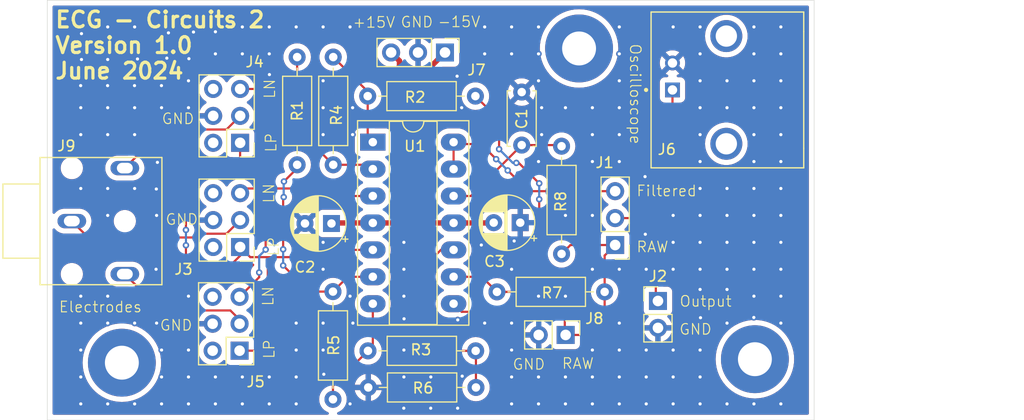
<source format=kicad_pcb>
(kicad_pcb (version 20240108) (generator "pcbnew") (generator_version "8.0")
  (layers (0 "F.Cu" signal) (31 "B.Cu" power) (34 "B.Paste" user) (35 "F.Paste" user) (36 "B.SilkS" user "B.Silkscreen") (37 "F.SilkS" user "F.Silkscreen") (38 "B.Mask" user) (39 "F.Mask" user) (44 "Edge.Cuts" user))
  (net 0 "")
  (net 1 "GND")
  (net 2 "+15V")
  (net 3 "-15V")
  (net 6 "Net-(U1A--)")
  (net 7 "Net-(U1B--)")
  (net 8 "Net-(R2-Pad1)")
  (net 9 "Net-(U1C--)")
  (net 10 "Net-(R3-Pad1)")
  (net 11 "Net-(U1C-+)")
  (net 12 "Net-(U1D-+)")
  (net 13 "/Vout")
  (net 14 "/Lead2")
  (net 15 "/Lead1")
  (net 16 "/LeadP")
  (net 17 "/LeadN")
  (net 22 "/Lead3")
  (net 23 "Net-(J1-Pin_2)")
  (net 26 "Net-(J1-Pin_3)")
  (footprint "Connector_PinHeader_2.54mm:PinHeader_1x02_P2.54mm_Vertical" (layer "F.Cu") (at 134.9552 86.0298 -90)
    (property "Reference" "J8" (at -1.5494 -2.7128 180) (layer "F.SilkS"))
    (property "Value" "Conn_Probe")
    (pad "1" thru_hole rect (at 0 0 270) (size 1.7 1.7) (drill 1) (layers "*.Cu" "*.Mask") (net 13 "/Vout"))
    (pad "2" thru_hole oval (at 0 2.54 270) (size 1.7 1.7) (drill 1) (layers "*.Cu" "*.Mask") (net 1 "GND"))
  )
  (footprint "MountingHole:MountingHole_3.2mm_M3_Pad" (layer "F.Cu") (at 93.091 88.646)
    (property "Reference" "H3" (hide yes))
    (property "Value" "MountingHole")
    (pad "1" thru_hole circle (at 0 0) (size 6.4 6.4) (drill 3.2) (layers "*.Cu" "*.Mask"))
  )
  (footprint "BNC_RightAngle_50ohm:BNC_RightAngle_50ohm" (layer "F.Cu") (at 145.0325 62.9158 180)
    (property "Reference" "J6" (at 0.5334 -5.6134 180) (layer "F.SilkS") (effects (font (size 1.001882 1.001882))))
    (property "Value" "Conn_Oscilloscope")
    (pad "1" thru_hole rect (at 0 0 180) (size 1.398 1.398) (drill 0.89) (layers "*.Cu" "*.Mask") (net 23 "Net-(J1-Pin_2)"))
    (pad "2" thru_hole circle (at 0 2.54 180) (size 1.398 1.398) (drill 0.89) (layers "*.Cu" "*.Mask") (net 1 "GND"))
    (pad "P1" thru_hole circle (at -5.08 5.08 180) (size 3.015 3.015) (drill 2.01) (layers "*.Cu" "*.Mask"))
    (pad "P2" thru_hole circle (at -5.08 -5.08 180) (size 3.015 3.015) (drill 2.01) (layers "*.Cu" "*.Mask"))
  )
  (footprint "Connector_PinHeader_2.54mm:PinHeader_2x03_P2.54mm_Vertical" (layer "F.Cu") (at 104.1958 87.5134 180)
    (property "Reference" "J5" (at -1.519 -2.936 180) (layer "F.SilkS"))
    (property "Value" "Conn_Lead3")
    (pad "1" thru_hole rect (at 0 0 180) (size 1.7 1.7) (drill 1) (layers "*.Cu" "*.Mask") (net 16 "/LeadP"))
    (pad "2" thru_hole oval (at 2.54 0 180) (size 1.7 1.7) (drill 1) (layers "*.Cu" "*.Mask"))
    (pad "3" thru_hole oval (at 0 2.54 180) (size 1.7 1.7) (drill 1) (layers "*.Cu" "*.Mask") (net 15 "/Lead1"))
    (pad "4" thru_hole oval (at 2.54 2.54 180) (size 1.7 1.7) (drill 1) (layers "*.Cu" "*.Mask") (net 1 "GND"))
    (pad "5" thru_hole oval (at 0 5.08 180) (size 1.7 1.7) (drill 1) (layers "*.Cu" "*.Mask") (net 17 "/LeadN"))
    (pad "6" thru_hole oval (at 2.54 5.08 180) (size 1.7 1.7) (drill 1) (layers "*.Cu" "*.Mask"))
  )
  (footprint "Package_DIP:CERDIP-14_W7.62mm_SideBrazed_LongPads_Socket" (layer "F.Cu") (at 116.7638 67.8434)
    (property "Reference" "U1" (at 3.9624 0.381 0) (layer "F.SilkS"))
    (property "Value" "TL074")
    (pad "1" thru_hole rect (at 0 0) (size 2.4 1.6) (drill 0.8) (layers "*.Cu" "*.Mask") (net 8 "Net-(R2-Pad1)"))
    (pad "2" thru_hole oval (at 0 2.54) (size 2.4 1.6) (drill 0.8) (layers "*.Cu" "*.Mask") (net 6 "Net-(U1A--)"))
    (pad "3" thru_hole oval (at 0 5.08) (size 2.4 1.6) (drill 0.8) (layers "*.Cu" "*.Mask") (net 17 "/LeadN"))
    (pad "4" thru_hole oval (at 0 7.62) (size 2.4 1.6) (drill 0.8) (layers "*.Cu" "*.Mask") (net 2 "+15V"))
    (pad "5" thru_hole oval (at 0 10.16) (size 2.4 1.6) (drill 0.8) (layers "*.Cu" "*.Mask") (net 16 "/LeadP"))
    (pad "6" thru_hole oval (at 0 12.7) (size 2.4 1.6) (drill 0.8) (layers "*.Cu" "*.Mask") (net 7 "Net-(U1B--)"))
    (pad "7" thru_hole oval (at 0 15.24) (size 2.4 1.6) (drill 0.8) (layers "*.Cu" "*.Mask") (net 10 "Net-(R3-Pad1)"))
    (pad "8" thru_hole oval (at 7.62 15.24) (size 2.4 1.6) (drill 0.8) (layers "*.Cu" "*.Mask") (net 13 "/Vout"))
    (pad "9" thru_hole oval (at 7.62 12.7) (size 2.4 1.6) (drill 0.8) (layers "*.Cu" "*.Mask") (net 9 "Net-(U1C--)"))
    (pad "10" thru_hole oval (at 7.62 10.16) (size 2.4 1.6) (drill 0.8) (layers "*.Cu" "*.Mask") (net 11 "Net-(U1C-+)"))
    (pad "11" thru_hole oval (at 7.62 7.62) (size 2.4 1.6) (drill 0.8) (layers "*.Cu" "*.Mask") (net 3 "-15V"))
    (pad "12" thru_hole oval (at 7.62 5.08) (size 2.4 1.6) (drill 0.8) (layers "*.Cu" "*.Mask") (net 12 "Net-(U1D-+)"))
    (pad "13" thru_hole oval (at 7.62 2.54) (size 2.4 1.6) (drill 0.8) (layers "*.Cu" "*.Mask") (net 26 "Net-(J1-Pin_3)"))
    (pad "14" thru_hole oval (at 7.62 0) (size 2.4 1.6) (drill 0.8) (layers "*.Cu" "*.Mask") (net 26 "Net-(J1-Pin_3)"))
  )
  (footprint "Resistor_THT:R_Axial_DIN0207_L6.3mm_D2.5mm_P10.16mm_Horizontal" (layer "F.Cu") (at 116.2812 63.5)
    (property "Reference" "R2" (at 4.4704 0.1016 0) (layer "F.SilkS"))
    (property "Value" "1k")
    (pad "1" thru_hole circle (at 0 0) (size 1.6 1.6) (drill 0.8) (layers "*.Cu" "*.Mask") (net 8 "Net-(R2-Pad1)"))
    (pad "2" thru_hole oval (at 10.16 0) (size 1.6 1.6) (drill 0.8) (layers "*.Cu" "*.Mask") (net 9 "Net-(U1C--)"))
  )
  (footprint "Connector_PinHeader_2.54mm:PinHeader_1x03_P2.54mm_Vertical" (layer "F.Cu") (at 139.6238 77.5462 180)
    (property "Reference" "J1" (at 0.9906 7.7724 180) (layer "F.SilkS"))
    (property "Value" "Conn_Filter")
    (pad "1" thru_hole rect (at 0 0 180) (size 1.7 1.7) (drill 1) (layers "*.Cu" "*.Mask") (net 13 "/Vout"))
    (pad "2" thru_hole oval (at 0 2.54 180) (size 1.7 1.7) (drill 1) (layers "*.Cu" "*.Mask") (net 23 "Net-(J1-Pin_2)"))
    (pad "3" thru_hole oval (at 0 5.08 180) (size 1.7 1.7) (drill 1) (layers "*.Cu" "*.Mask") (net 26 "Net-(J1-Pin_3)"))
  )
  (footprint "MountingHole:MountingHole_3.2mm_M3_Pad" (layer "F.Cu") (at 152.8064 88.3158)
    (property "Reference" "H1" (hide yes))
    (property "Value" "MountingHole")
    (pad "1" thru_hole circle (at 0 0) (size 6.4 6.4) (drill 3.2) (layers "*.Cu" "*.Mask"))
  )
  (footprint "Connector_PinHeader_2.54mm:PinHeader_1x03_P2.54mm_Vertical" (layer "F.Cu") (at 123.571 59.3852 -90)
    (property "Reference" "J7" (at 1.651 -2.9718 0) (layer "F.SilkS"))
    (property "Value" "Conn_OpAmp")
    (pad "1" thru_hole rect (at 0 0 270) (size 1.7 1.7) (drill 1) (layers "*.Cu" "*.Mask") (net 3 "-15V"))
    (pad "2" thru_hole oval (at 0 2.54 270) (size 1.7 1.7) (drill 1) (layers "*.Cu" "*.Mask") (net 1 "GND"))
    (pad "3" thru_hole oval (at 0 5.08 270) (size 1.7 1.7) (drill 1) (layers "*.Cu" "*.Mask") (net 2 "+15V"))
  )
  (footprint "Connector_PinHeader_2.54mm:PinHeader_1x02_P2.54mm_Vertical" (layer "F.Cu") (at 143.6624 82.8244)
    (property "Reference" "J2" (at 0 -2.33 0) (layer "F.SilkS"))
    (property "Value" "Conn_Output")
    (pad "1" thru_hole rect (at 0 0) (size 1.7 1.7) (drill 1) (layers "*.Cu" "*.Mask") (net 23 "Net-(J1-Pin_2)"))
    (pad "2" thru_hole oval (at 0 2.54) (size 1.7 1.7) (drill 1) (layers "*.Cu" "*.Mask") (net 1 "GND"))
  )
  (footprint "Capacitor_THT:CP_Radial_D5.0mm_P2.50mm" (layer "F.Cu") (at 130.668913 75.438 180)
    (property "Reference" "C3" (at 2.424313 -3.6576 180) (layer "F.SilkS"))
    (property "Value" "10uF")
    (pad "1" thru_hole rect (at 0 0 180) (size 1.6 1.6) (drill 0.8) (layers "*.Cu" "*.Mask") (net 1 "GND"))
    (pad "2" thru_hole circle (at 2.5 0 180) (size 1.6 1.6) (drill 0.8) (layers "*.Cu" "*.Mask") (net 3 "-15V"))
  )
  (footprint "AudioJack_CUI_3mm5:AudioJack_CUI_3mm5" (layer "F.Cu") (at 88.3704 75.2894)
    (property "Reference" "J9" (at -0.5118 -7.0904 0) (layer "F.SilkS") (effects (font (size 1.001276 1.001276))))
    (property "Value" "Conn_Electrodes")
    (pad "" np_thru_hole circle (at 0 -5) (size 1.6 1.6) (drill 1.6) (layers "*.Cu" "*.Mask"))
    (pad "" np_thru_hole circle (at 0 5) (size 1.6 1.6) (drill 1.6) (layers "*.Cu" "*.Mask"))
    (pad "" np_thru_hole circle (at 5 0) (size 1.6 1.6) (drill 1.6) (layers "*.Cu" "*.Mask"))
    (pad "R" thru_hole oval (at 5 -5) (size 2.7 1.35) (drill oval 1.5 1) (layers "*.Cu" "*.Mask") (net 14 "/Lead2"))
    (pad "S" thru_hole oval (at 0 0) (size 2.7 1.35) (drill oval 1.5 1) (layers "*.Cu" "*.Mask") (net 22 "/Lead3"))
    (pad "T" thru_hole oval (at 5 5) (size 2.7 1.35) (drill oval 1.5 1) (layers "*.Cu" "*.Mask") (net 15 "/Lead1"))
  )
  (footprint "Capacitor_THT:C_Disc_D5.0mm_W2.5mm_P5.00mm" (layer "F.Cu") (at 130.81 68.119 90)
    (property "Reference" "C1" (at 2.4746 0 -90) (layer "F.SilkS"))
    (property "Value" "1uF")
    (pad "1" thru_hole circle (at 0 0 90) (size 1.6 1.6) (drill 0.8) (layers "*.Cu" "*.Mask") (net 12 "Net-(U1D-+)"))
    (pad "2" thru_hole circle (at 5 0 90) (size 1.6 1.6) (drill 0.8) (layers "*.Cu" "*.Mask") (net 1 "GND"))
  )
  (footprint "Resistor_THT:R_Axial_DIN0207_L6.3mm_D2.5mm_P10.16mm_Horizontal" (layer "F.Cu") (at 113.0046 81.9404 -90)
    (property "Reference" "R5" (at 5.069 -0.0722 90) (layer "F.SilkS"))
    (property "Value" "15k")
    (pad "1" thru_hole circle (at 0 0 270) (size 1.6 1.6) (drill 0.8) (layers "*.Cu" "*.Mask") (net 7 "Net-(U1B--)"))
    (pad "2" thru_hole oval (at 10.16 0 270) (size 1.6 1.6) (drill 0.8) (layers "*.Cu" "*.Mask") (net 10 "Net-(R3-Pad1)"))
  )
  (footprint "Resistor_THT:R_Axial_DIN0207_L6.3mm_D2.5mm_P10.16mm_Horizontal" (layer "F.Cu") (at 109.6264 59.817 -90)
    (property "Reference" "R1" (at 5.069 -0.0012 90) (layer "F.SilkS"))
    (property "Value" "1k")
    (pad "1" thru_hole circle (at 0 0 270) (size 1.6 1.6) (drill 0.8) (layers "*.Cu" "*.Mask") (net 6 "Net-(U1A--)"))
    (pad "2" thru_hole oval (at 10.16 0 270) (size 1.6 1.6) (drill 0.8) (layers "*.Cu" "*.Mask") (net 7 "Net-(U1B--)"))
  )
  (footprint "Capacitor_THT:CP_Radial_D5.0mm_P2.50mm" (layer "F.Cu") (at 112.863513 75.5142 180)
    (property "Reference" "C2" (at 2.500513 -4.1148 180) (layer "F.SilkS"))
    (property "Value" "10uF")
    (pad "1" thru_hole rect (at 0 0 180) (size 1.6 1.6) (drill 0.8) (layers "*.Cu" "*.Mask") (net 2 "+15V"))
    (pad "2" thru_hole circle (at 2.5 0 180) (size 1.6 1.6) (drill 0.8) (layers "*.Cu" "*.Mask") (net 1 "GND"))
  )
  (footprint "Resistor_THT:R_Axial_DIN0207_L6.3mm_D2.5mm_P10.16mm_Horizontal" (layer "F.Cu") (at 126.492 90.9828 180)
    (property "Reference" "R6" (at 4.9928 -0.0582 180) (layer "F.SilkS"))
    (property "Value" "33k")
    (pad "1" thru_hole circle (at 0 0 180) (size 1.6 1.6) (drill 0.8) (layers "*.Cu" "*.Mask") (net 11 "Net-(U1C-+)"))
    (pad "2" thru_hole oval (at 10.16 0 180) (size 1.6 1.6) (drill 0.8) (layers "*.Cu" "*.Mask") (net 1 "GND"))
  )
  (footprint "Connector_PinHeader_2.54mm:PinHeader_2x03_P2.54mm_Vertical" (layer "F.Cu") (at 104.2466 77.7344 180)
    (property "Reference" "J3" (at 5.339 -2.0978 180) (layer "F.SilkS"))
    (property "Value" "Conn_Lead1")
    (pad "1" thru_hole rect (at 0 0 180) (size 1.7 1.7) (drill 1) (layers "*.Cu" "*.Mask") (net 16 "/LeadP"))
    (pad "2" thru_hole oval (at 2.54 0 180) (size 1.7 1.7) (drill 1) (layers "*.Cu" "*.Mask"))
    (pad "3" thru_hole oval (at 0 2.54 180) (size 1.7 1.7) (drill 1) (layers "*.Cu" "*.Mask") (net 22 "/Lead3"))
    (pad "4" thru_hole oval (at 2.54 2.54 180) (size 1.7 1.7) (drill 1) (layers "*.Cu" "*.Mask") (net 1 "GND"))
    (pad "5" thru_hole oval (at 0 5.08 180) (size 1.7 1.7) (drill 1) (layers "*.Cu" "*.Mask") (net 17 "/LeadN"))
    (pad "6" thru_hole oval (at 2.54 5.08 180) (size 1.7 1.7) (drill 1) (layers "*.Cu" "*.Mask"))
  )
  (footprint "Connector_PinHeader_2.54mm:PinHeader_2x03_P2.54mm_Vertical" (layer "F.Cu") (at 104.2466 67.9046 180)
    (property "Reference" "J4" (at -1.3666 7.6304 180) (layer "F.SilkS"))
    (property "Value" "Conn_Lead2")
    (pad "1" thru_hole rect (at 0 0 180) (size 1.7 1.7) (drill 1) (layers "*.Cu" "*.Mask") (net 16 "/LeadP"))
    (pad "2" thru_hole oval (at 2.54 0 180) (size 1.7 1.7) (drill 1) (layers "*.Cu" "*.Mask"))
    (pad "3" thru_hole oval (at 0 2.54 180) (size 1.7 1.7) (drill 1) (layers "*.Cu" "*.Mask") (net 14 "/Lead2"))
    (pad "4" thru_hole oval (at 2.54 2.54 180) (size 1.7 1.7) (drill 1) (layers "*.Cu" "*.Mask") (net 1 "GND"))
    (pad "5" thru_hole oval (at 0 5.08 180) (size 1.7 1.7) (drill 1) (layers "*.Cu" "*.Mask") (net 17 "/LeadN"))
    (pad "6" thru_hole oval (at 2.54 5.08 180) (size 1.7 1.7) (drill 1) (layers "*.Cu" "*.Mask"))
  )
  (footprint "Resistor_THT:R_Axial_DIN0207_L6.3mm_D2.5mm_P10.16mm_Horizontal" (layer "F.Cu") (at 113.03 69.977 90)
    (property "Reference" "R4" (at 4.6736 0.3048 -90) (layer "F.SilkS"))
    (property "Value" "15k")
    (pad "1" thru_hole circle (at 0 0 90) (size 1.6 1.6) (drill 0.8) (layers "*.Cu" "*.Mask") (net 6 "Net-(U1A--)"))
    (pad "2" thru_hole oval (at 10.16 0 90) (size 1.6 1.6) (drill 0.8) (layers "*.Cu" "*.Mask") (net 8 "Net-(R2-Pad1)"))
  )
  (footprint "Resistor_THT:R_Axial_DIN0207_L6.3mm_D2.5mm_P10.16mm_Horizontal" (layer "F.Cu") (at 134.5692 78.3844 90)
    (property "Reference" "R8" (at 4.942 -0.081 -90) (layer "F.SilkS"))
    (property "Value" "3.3k")
    (pad "1" thru_hole circle (at 0 0 90) (size 1.6 1.6) (drill 0.8) (layers "*.Cu" "*.Mask") (net 13 "/Vout"))
    (pad "2" thru_hole oval (at 10.16 0 90) (size 1.6 1.6) (drill 0.8) (layers "*.Cu" "*.Mask") (net 12 "Net-(U1D-+)"))
  )
  (footprint "MountingHole:MountingHole_3.2mm_M3_Pad" (layer "F.Cu") (at 136.2202 59.0042)
    (property "Reference" "H2" (hide yes))
    (property "Value" "MountingHole")
    (pad "1" thru_hole circle (at 0 0) (size 6.4 6.4) (drill 3.2) (layers "*.Cu" "*.Mask"))
  )
  (footprint "Resistor_THT:R_Axial_DIN0207_L6.3mm_D2.5mm_P10.16mm_Horizontal" (layer "F.Cu") (at 138.6332 81.9658 180)
    (property "Reference" "R7" (at 4.9674 -0.095 180) (layer "F.SilkS"))
    (property "Value" "33k")
    (pad "1" thru_hole circle (at 0 0 180) (size 1.6 1.6) (drill 0.8) (layers "*.Cu" "*.Mask") (net 13 "/Vout"))
    (pad "2" thru_hole oval (at 10.16 0 180) (size 1.6 1.6) (drill 0.8) (layers "*.Cu" "*.Mask") (net 9 "Net-(U1C--)"))
  )
  (footprint "Resistor_THT:R_Axial_DIN0207_L6.3mm_D2.5mm_P10.16mm_Horizontal" (layer "F.Cu") (at 116.3066 87.5284)
    (property "Reference" "R3" (at 4.9928 -0.1002 0) (layer "F.SilkS"))
    (property "Value" "1k")
    (pad "1" thru_hole circle (at 0 0) (size 1.6 1.6) (drill 0.8) (layers "*.Cu" "*.Mask") (net 10 "Net-(R3-Pad1)"))
    (pad "2" thru_hole oval (at 10.16 0) (size 1.6 1.6) (drill 0.8) (layers "*.Cu" "*.Mask") (net 11 "Net-(U1C-+)"))
  )
  (gr_rect (start 86.0552 54.4576) (end 158.3944 94.0562) (stroke (width 0.05)) (fill none) (layer "Edge.Cuts"))
  (gr_text "GND" (at 145.6182 86.0806 0) (layer "F.SilkS") (effects (font (size 1 1) (thickness 0.1)) (justify left bottom)))
  (gr_text "LN" (at 107.5436 73.66 90) (layer "F.SilkS") (effects (font (size 1 1) (thickness 0.1)) (justify left bottom)))
  (gr_text "GND" (at 96.6216 85.6996 0) (layer "F.SilkS") (effects (font (size 1 1) (thickness 0.1)) (justify left bottom)))
  (gr_text "LP\n" (at 107.9754 78.6638 90) (layer "F.SilkS") (effects (font (size 1 1) (thickness 0.1)) (justify left bottom)))
  (gr_text "+15V" (at 114.808 57.1246 0) (layer "F.SilkS") (effects (font (size 1 1) (thickness 0.1)) (justify left bottom)))
  (gr_text "Electrodes\n" (at 87.0966 83.9724 0) (layer "F.SilkS") (effects (font (size 1 1) (thickness 0.1)) (justify left bottom)))
  (gr_text "Oscilloscope\n" (at 140.9446 58.4962 270) (layer "F.SilkS") (effects (font (size 1 1) (thickness 0.1)) (justify left bottom)))
  (gr_text "RAW" (at 134.5438 89.3064 0) (layer "F.SilkS") (effects (font (size 1 1) (thickness 0.1)) (justify left bottom)))
  (gr_text "LP\n" (at 107.7468 68.8594 90) (layer "F.SilkS") (effects (font (size 1 1) (thickness 0.1)) (justify left bottom)))
  (gr_text "GND" (at 96.7994 66.2178 0) (layer "F.SilkS") (effects (font (size 1 1) (thickness 0.1)) (justify left bottom)))
  (gr_text "ECG - Circuits 2\nVersion 1.0\nJune 2024" (at 86.6648 62.0014 0) (layer "F.SilkS") (effects (font (size 1.5 1.5) (thickness 0.3) (bold yes)) (justify left bottom)))
  (gr_text "GND" (at 129.8956 89.3826 0) (layer "F.SilkS") (effects (font (size 1 1) (thickness 0.1)) (justify left bottom)))
  (gr_text "Filtered" (at 141.5796 73.025 0) (layer "F.SilkS") (effects (font (size 1 1) (thickness 0.1)) (justify left bottom)))
  (gr_text "Output" (at 145.6436 83.439 0) (layer "F.SilkS") (effects (font (size 1 1) (thickness 0.1)) (justify left bottom)))
  (gr_text "-15V" (at 122.8344 57.0738 0) (layer "F.SilkS") (effects (font (size 1 1) (thickness 0.1)) (justify left bottom)))
  (gr_text "LN" (at 107.6198 63.8048 90) (layer "F.SilkS") (effects (font (size 1 1) (thickness 0.1)) (justify left bottom)))
  (gr_text "LN" (at 107.4674 83.3628 90) (layer "F.SilkS") (effects (font (size 1 1) (thickness 0.1)) (justify left bottom)))
  (gr_text "LP\n" (at 107.569 88.3412 90) (layer "F.SilkS") (effects (font (size 1 1) (thickness 0.1)) (justify left bottom)))
  (gr_text "GND" (at 119.3292 57.0992 0) (layer "F.SilkS") (effects (font (size 1 1) (thickness 0.1)) (justify left bottom)))
  (gr_text "RAW" (at 141.5796 78.3082 0) (layer "F.SilkS") (effects (font (size 1 1) (thickness 0.1)) (justify left bottom)))
  (gr_text "GND" (at 97.155 75.7174 0) (layer "F.SilkS") (effects (font (size 1 1) (thickness 0.1)) (justify left bottom)))
  (via (at 147.6354 74.7526) (size 0.6) (drill 0.3) (layers "F.Cu" "B.Cu") (net 1))
  (via (at 94.2848 62.5094) (size 0.6) (drill 0.3) (layers "F.Cu" "B.Cu") (net 1))
  (via (at 137.4754 87.4526) (size 0.6) (drill 0.3) (layers "F.Cu" "B.Cu") (net 1))
  (via (at 119.6954 89.9926) (size 0.6) (drill 0.3) (layers "F.Cu" "B.Cu") (net 1))
  (via (at 155.2554 59.5126) (size 0.6) (drill 0.3) (layers "F.Cu" "B.Cu") (net 1))
  (via (at 134.9354 92.5326) (size 0.6) (drill 0.3) (layers "F.Cu" "B.Cu") (net 1))
  (via (at 94.2954 56.9726) (size 0.6) (drill 0.3) (layers "F.Cu" "B.Cu") (net 1))
  (via (at 114.6154 56.9726) (size 0.6) (drill 0.3) (layers "F.Cu" "B.Cu") (net 1))
  (via (at 132.3954 89.9926) (size 0.6) (drill 0.3) (layers "F.Cu" "B.Cu") (net 1))
  (via (at 124.7648 92.9386) (size 0.6) (drill 0.3) (layers "F.Cu" "B.Cu") (net 1))
  (via (at 112.0754 84.9126) (size 0.6) (drill 0.3) (layers "F.Cu" "B.Cu") (net 1))
  (via (at 114.8588 67.1322) (size 0.6) (drill 0.3) (layers "F.Cu" "B.Cu") (net 1))
  (via (at 140.0154 59.5126) (size 0.6) (drill 0.3) (layers "F.Cu" "B.Cu") (net 1))
  (via (at 114.6154 92.5326) (size 0.6) (drill 0.3) (layers "F.Cu" "B.Cu") (net 1))
  (via (at 101.9154 59.5126) (size 0.6) (drill 0.3) (layers "F.Cu" "B.Cu") (net 1))
  (via (at 127.3154 84.9126) (size 0.6) (drill 0.3) (layers "F.Cu" "B.Cu") (net 1))
  (via (at 147.6354 67.1326) (size 0.6) (drill 0.3) (layers "F.Cu" "B.Cu") (net 1))
  (via (at 109.5354 87.4526) (size 0.6) (drill 0.3) (layers "F.Cu" "B.Cu") (net 1))
  (via (at 137.4754 89.9926) (size 0.6) (drill 0.3) (layers "F.Cu" "B.Cu") (net 1))
  (via (at 127.3154 56.9726) (size 0.6) (drill 0.3) (layers "F.Cu" "B.Cu") (net 1))
  (via (at 129.8554 92.5326) (size 0.6) (drill 0.3) (layers "F.Cu" "B.Cu") (net 1))
  (via (at 145.0954 92.5326) (size 0.6) (drill 0.3) (layers "F.Cu" "B.Cu") (net 1))
  (via (at 106.9954 59.5126) (size 0.6) (drill 0.3) (layers "F.Cu" "B.Cu") (net 1))
  (via (at 89.2154 72.2126) (size 0.6) (drill 0.3) (layers "F.Cu" "B.Cu") (net 1))
  (via (at 106.9954 89.9926) (size 0.6) (drill 0.3) (layers "F.Cu" "B.Cu") (net 1))
  (via (at 94.2954 67.1326) (size 0.6) (drill 0.3) (layers "F.Cu" "B.Cu") (net 1))
  (via (at 112.0754 87.4526) (size 0.6) (drill 0.3) (layers "F.Cu" "B.Cu") (net 1))
  (via (at 147.6354 87.4526) (size 0.6) (drill 0.3) (layers "F.Cu" "B.Cu") (net 1))
  (via (at 129.8554 84.9126) (size 0.6) (drill 0.3) (layers "F.Cu" "B.Cu") (net 1))
  (via (at 130.0988 77.1652) (size 0.6) (drill 0.3) (layers "F.Cu" "B.Cu") (net 1))
  (via (at 125.1458 64.5922) (size 0.6) (drill 0.3) (layers "F.Cu" "B.Cu") (net 1))
  (via (at 132.3954 56.9726) (size 0.6) (drill 0.3) (layers "F.Cu" "B.Cu") (net 1))
  (via (at 155.2554 82.3726) (size 0.6) (drill 0.3) (layers "F.Cu" "B.Cu") (net 1))
  (via (at 89.2154 87.4526) (size 0.6) (drill 0.3) (layers "F.Cu" "B.Cu") (net 1))
  (via (at 137.4754 74.7526) (size 0.6) (drill 0.3) (layers "F.Cu" "B.Cu") (net 1))
  (via (at 96.8354 92.5326) (size 0.6) (drill 0.3) (layers "F.Cu" "B.Cu") (net 1))
  (via (at 150.1754 79.8326) (size 0.6) (drill 0.3) (layers "F.Cu" "B.Cu") (net 1))
  (via (at 89.281 60.0456) (size 0.6) (drill 0.3) (layers "F.Cu" "B.Cu") (net 1))
  (via (at 94.2954 84.9126) (size 0.6) (drill 0.3) (layers "F.Cu" "B.Cu") (net 1))
  (via (at 91.7554 82.3726) (size 0.6) (drill 0.3) (layers "F.Cu" "B.Cu") (net 1))
  (via (at 106.9954 92.5326) (size 0.6) (drill 0.3) (layers "F.Cu" "B.Cu") (net 1))
  (via (at 129.8554 59.5126) (size 0.6) (drill 0.3) (layers "F.Cu" "B.Cu") (net 1))
  (via (at 145.0954 89.9926) (size 0.6) (drill 0.3) (layers "F.Cu" "B.Cu") (net 1))
  (via (at 140.0154 56.9726) (size 0.6) (drill 0.3) (layers "F.Cu" "B.Cu") (net 1))
  (via (at 89.2048 62.5094) (size 0.6) (drill 0.3) (layers "F.Cu" "B.Cu") (net 1))
  (via (at 155.2554 67.1326) (size 0.6) (drill 0.3) (layers "F.Cu" "B.Cu") (net 1))
  (via (at 142.4432 71.0946) (size 0.6) (drill 0.3) (layers "F.Cu" "B.Cu") (net 1))
  (via (at 91.7554 60.0456) (size 0.6) (drill 0.3) (layers "F.Cu" "B.Cu") (net 1))
  (via (at 129.8554 89.9926) (size 0.6) (drill 0.3) (layers "F.Cu" "B.Cu") (net 1))
  (via (at 145.0954 74.7526) (size 0.6) (drill 0.3) (layers "F.Cu" "B.Cu") (net 1))
  (via (at 91.7554 64.5926) (size 0.6) (drill 0.3) (layers "F.Cu" "B.Cu") (net 1))
  (via (at 89.2154 84.9126) (size 0.6) (drill 0.3) (layers "F.Cu" "B.Cu") (net 1))
  (via (at 104.4554 59.5126) (size 0.6) (drill 0.3) (layers "F.Cu" "B.Cu") (net 1))
  (via (at 129.8554 87.4526) (size 0.6) (drill 0.3) (layers "F.Cu" "B.Cu") (net 1))
  (via (at 137.4754 79.8326) (size 0.6) (drill 0.3) (layers "F.Cu" "B.Cu") (net 1))
  (via (at 140.0154 67.1326) (size 0.6) (drill 0.3) (layers "F.Cu" "B.Cu") (net 1))
  (via (at 112.0754 67.1326) (size 0.6) (drill 0.3) (layers "F.Cu" "B.Cu") (net 1))
  (via (at 109.5354 56.9726) (size 0.6) (drill 0.3) (layers "F.Cu" "B.Cu") (net 1))
  (via (at 155.2554 74.7526) (size 0.6) (drill 0.3) (layers "F.Cu" "B.Cu") (net 1))
  (via (at 109.5354 89.9926) (size 0.6) (drill 0.3) (layers "F.Cu" "B.Cu") (net 1))
  (via (at 104.4554 92.5326) (size 0.6) (drill 0.3) (layers "F.Cu" "B.Cu") (net 1))
  (via (at 132.6896 64.5922) (size 0.6) (drill 0.3) (layers "F.Cu" "B.Cu") (net 1))
  (via (at 155.2554 62.0526) (size 0.6) (drill 0.3) (layers "F.Cu" "B.Cu") (net 1))
  (via (at 152.7154 79.8326) (size 0.6) (drill 0.3) (layers "F.Cu" "B.Cu") (net 1))
  (via (at 152.7154 72.2126) (size 0.6) (drill 0.3) (layers "F.Cu" "B.Cu") (net 1))
  (via (at 112.0754 79.8326) (size 0.6) (drill 0.3) (layers "F.Cu" "B.Cu") (net 1))
  (via (at 97.3328 59.9186) (size 0.6) (drill 0.3) (layers "F.Cu" "B.Cu") (net 1))
  (via (at 152.7154 92.5326) (size 0.6) (drill 0.3) (layers "F.Cu" "B.Cu") (net 1))
  (via (at 124.7754 84.6074) (size 0.6) (drill 0.3) (layers "F.Cu" "B.Cu") (net 1))
  (via (at 119.6954 82.3726) (size 0.6) (drill 0.3) (layers "F.Cu" "B.Cu") (net 1))
  (via (at 147.6756 84.4042) (size 0.6) (drill 0.3) (layers "F.Cu" "B.Cu") (net 1))
  (via (at 140.0154 87.4526) (size 0.6) (drill 0.3) (layers "F.Cu" "B.Cu") (net 1))
  (via (at 140.0154 89.9926) (size 0.6) (drill 0.3) (layers "F.Cu" "B.Cu") (net 1))
  (via (at 152.7154 82.3726) (size 0.6) (drill 0.3) (layers "F.Cu" "B.Cu") (net 1))
  (via (at 114.8588 64.5922) (size 0.6) (drill 0.3) (layers "F.Cu" "B.Cu") (net 1))
  (via (at 96.8354 89.9926) (size 0.6) (drill 0.3) (layers "F.Cu" "B.Cu") (net 1))
  (via (at 145.0954 79.8326) (size 0.6) (drill 0.3) (layers "F.Cu" "B.Cu") (net 1))
  (via (at 147.6354 56.9726) (size 0.6) (drill 0.3) (layers "F.Cu" "B.Cu") (net 1))
  (via (at 152.7048 84.3788) (size 0.6) (drill 0.3) (layers "F.Cu" "B.Cu") (net 1))
  (via (at 112.0754 62.0526) (size 0.6) (drill 0.3) (layers "F.Cu" "B.Cu") (net 1))
  (via (at 155.2554 69.6726) (size 0.6) (drill 0.3) (layers "F.Cu" "B.Cu") (net 1))
  (via (at 127.3154 59.5126) (size 0.6) (drill 0.3) (layers "F.Cu" "B.Cu") (net 1))
  (via (at 129.8554 56.9726) (size 0.6) (drill 0.3) (layers "F.Cu" "B.Cu") (net 1))
  (via (at 155.2554 92.5326) (size 0.6) (drill 0.3) (layers "F.Cu" "B.Cu") (net 1))
  (via (at 96.8248 62.5094) (size 0.6) (drill 0.3) (layers "F.Cu" "B.Cu") (net 1))
  (via (at 142.5554 89.9926) (size 0.6) (drill 0.3) (layers "F.Cu" "B.Cu") (net 1))
  (via (at 96.8354 64.5926) (size 0.6) (drill 0.3) (layers "F.Cu" "B.Cu") (net 1))
  (via (at 106.9954 56.9726) (size 0.6) (drill 0.3) (layers "F.Cu" "B.Cu") (net 1))
  (via (at 89.281 57.6072) (size 0.6) (drill 0.3) (layers "F.Cu" "B.Cu") (net 1))
  (via (at 140.0154 79.8326) (size 0.6) (drill 0.3) (layers "F.Cu" "B.Cu") (net 1))
  (via (at 155.2554 77.2926) (size 0.6) (drill 0.3) (layers "F.Cu" "B.Cu") (net 1))
  (via (at 99.3754 87.4526) (size 0.6) (drill 0.3) (layers "F.Cu" "B.Cu") (net 1))
  (via (at 145.0954 56.9726) (size 0.6) (drill 0.3) (layers "F.Cu" "B.Cu") (net 1))
  (via (at 140.0154 69.6726) (size 0.6) (drill 0.3) (layers "F.Cu" "B.Cu") (net 1))
  (via (at 109.5354 84.9126) (size 0.6) (drill 0.3) (layers "F.Cu" "B.Cu") (net 1))
  (via (at 150.1754 92.5326) (size 0.6) (drill 0.3) (layers "F.Cu" "B.Cu") (net 1))
  (via (at 119.6954 79.8326) (size 0.6) (drill 0.3) (layers "F.Cu" "B.Cu") (net 1))
  (via (at 99.3754 62.0526) (size 0.6) (drill 0.3) (layers "F.Cu" "B.Cu") (net 1))
  (via (at 145.0954 87.4526) (size 0.6) (drill 0.3) (layers "F.Cu" "B.Cu") (net 1))
  (via (at 150.1754 74.7526) (size 0.6) (drill 0.3) (layers "F.Cu" "B.Cu") (net 1))
  (via (at 137.4754 69.6726) (size 0.6) (drill 0.3) (layers "F.Cu" "B.Cu") (net 1))
  (via (at 137.4754 64.5926) (size 0.6) (drill 0.3) (layers "F.Cu" "B.Cu") (net 1))
  (via (at 96.8354 87.4526) (size 0.6) (drill 0.3) (layers "F.Cu" "B.Cu") (net 1))
  (via (at 145.0954 77.2926) (size 0.6) (drill 0.3) (layers "F.Cu" "B.Cu") (net 1))
  (via (at 122.2354 89.9926) (size 0.6) (drill 0.3) (layers "F.Cu" "B.Cu") (net 1))
  (via (at 152.7154 62.0526) (size 0.6) (drill 0.3) (layers "F.Cu" "B.Cu") (net 1))
  (via (at 147.6354 69.6726) (size 0.6) (drill 0.3) (layers "F.Cu" "B.Cu") (net 1))
  (via (at 99.3754 64.5926) (size 0.6) (drill 0.3) (layers "F.Cu" "B.Cu") (net 1))
  (via (at 112.0754 56.9726) (size 0.6) (drill 0.3) (layers "F.Cu" "B.Cu") (net 1))
  (via (at 96.3676 84.9122) (size 0.6) (drill 0.3) (layers "F.Cu" "B.Cu") (net 1))
  (via (at 152.7154 69.6726) (size 0.6) (drill 0.3) (layers "F.Cu" "B.Cu") (net 1))
  (via (at 155.2554 64.5926) (size 0.6) (drill 0.3) (layers "F.Cu" "B.Cu") (net 1))
  (via (at 91.7554 67.1326) (size 0.6) (drill 0.3) (layers "F.Cu" "B.Cu") (net 1))
  (via (at 94.5642 59.9948) (size 0.6) (drill 0.3) (layers "F.Cu" "B.Cu") (net 1))
  (via (at 97.4852 57.531) (size 0.6) (drill 0.3) (layers "F.Cu" "B.Cu") (net 1))
  (via (at 94.2954 92.5326) (size 0.6) (drill 0.3) (layers "F.Cu" "B.Cu") (net 1))
  (via (at 155.2554 79.8326) (size 0.6) (drill 0.3) (layers "F.Cu" "B.Cu") (net 1))
  (via (at 125.1966 89.916) (size 0.6) (drill 0.3) (layers "F.Cu" "B.Cu") (net 1))
  (via (at 155.2554 72.2126) (size 0.6) (drill 0.3) (layers "F.Cu" "B.Cu") (net 1))
  (via (at 112.141 89.7382) (size 0.6) (drill 0.3) (layers "F.Cu" "B.Cu") (net 1))
  (via (at 132.3954 62.0526) (size 0.6) (drill 0.3) (layers "F.Cu" "B.Cu") (net 1))
  (via (at 137.4754 67.1326) (size 0.6) (drill 0.3) (layers "F.Cu" "B.Cu") (net 1))
  (via (at 109.5354 92.5326) (size 0.6) (drill 0.3) (layers "F.Cu" "B.Cu") (net 1))
  (via (at 147.6354 92.5326) (size 0.6) (drill 0.3) (layers "F.Cu" "B.Cu") (net 1))
  (via (at 104.4554 89.9926) (size 0.6) (drill 0.3) (layers "F.Cu" "B.Cu") (net 1))
  (via (at 132.3954 59.5126) (size 0.6) (drill 0.3) (layers "F.Cu" "B.Cu") (net 1))
  (via (at 137.4754 92.5326) (size 0.6) (drill 0.3) (layers "F.Cu" "B.Cu") (net 1))
  (via (at 99.8474 57.4548) (size 0.6) (drill 0.3) (layers "F.Cu" "B.Cu") (net 1))
  (via (at 155.2554 84.9126) (size 0.6) (drill 0.3) (layers "F.Cu" "B.Cu") (net 1))
  (via (at 147.6354 81.7372) (size 0.6) (drill 0.3) (layers "F.Cu" "B.Cu") (net 1))
  (via (at 132.6896 67.1322) (size 0.6) (drill 0.3) (layers "F.Cu" "B.Cu") (net 1))
  (via (at 96.4438 69.7484) (size 0.6) (drill 0.3) (layers "F.Cu" "B.Cu") (net 1))
  (via (at 119.6848 92.9386) (size 0.6) (drill 0.3) (layers "F.Cu" "B.Cu") (net 1))
  (via (at 122.2248 92.9386) (size 0.6) (drill 0.3) (layers "F.Cu" "B.Cu") (net 1))
  (via (at 96.3676 74.7526) (size 0.6) (drill 0.3) (layers "F.Cu" "B.Cu") (net 1))
  (via (at 147.6354 62.0526) (size 0.6) (drill 0.3) (layers "F.Cu" "B.Cu") (net 1))
  (via (at 132.3954 92.5326) (size 0.6) (drill 0.3) (layers "F.Cu" "B.Cu") (net 1))
  (via (at 134.9354 64.5926) (size 0.6) (drill 0.3) (layers "F.Cu" "B.Cu") (net 1))
  (via (at 96.3168 79.8326) (size 0.6) (drill 0.3) (layers "F.Cu" "B.Cu") (net 1))
  (via (at 142.5554 87.4526) (size 0.6) (drill 0.3) (layers "F.Cu" "B.Cu") (net 1))
  (via (at 119.6954 77.2926) (size 0.6) (drill 0.3) (layers "F.Cu" "B.Cu") (net 1))
  (via (at 150.1754 81.7372) (size 0.6) (drill 0.3) (layers "F.Cu" "B.Cu") (net 1))
  (via (at 114.8842 84.9122) (size 0.6) (drill 0.3) (layers "F.Cu" "B.Cu") (net 1))
  (via (at 99.3754 92.5326) (size 0.6) (drill 0.3) (layers "F.Cu" "B.Cu") (net 1))
  (via (at 91.7554 84.9126) (size 0.6) (drill 0.3) (layers "F.Cu" "B.Cu") (net 1))
  (via (at 119.7102 84.5058) (size 0.6) (drill 0.3) (layers "F.Cu" "B.Cu") (net 1))
  (via (at 155.2554 56.9726) (size 0.6) (drill 0.3) (layers "F.Cu" "B.Cu") (net 1))
  (via (at 112.0754 64.5926) (size 0.6) (drill 0.3) (layers "F.Cu" "B.Cu") (net 1))
  (via (at 147.6354 72.2126) (size 0.6) (drill 0.3) (layers "F.Cu" "B.Cu") (net 1))
  (via (at 150.1754 84.9126) (size 0.6) (drill 0.3) (layers "F.Cu" "B.Cu") (net 1))
  (via (at 94.2954 64.5926) (size 0.6) (drill 0.3) (layers "F.Cu" "B.Cu") (net 1))
  (via (at 134.9354 89.9926) (size 0.6) (drill 0.3) (layers "F.Cu" "B.Cu") (net 1))
  (via (at 89.2154 92.5326) (size 0.6) (drill 0.3) (layers "F.Cu" "B.Cu") (net 1))
  (via (at 150.1754 64.5926) (size 0.6) (drill 0.3) (layers "F.Cu" "B.Cu") (net 1))
  (via (at 99.3754 82.3726) (size 0.6) (drill 0.3) (layers "F.Cu" "B.Cu") (net 1))
  (via (at 142.5554 79.8326) (size 0.6) (drill 0.3) (layers "F.Cu" "B.Cu") (net 1))
  (via (at 140.0154 92.5326) (size 0.6) (drill 0.3) (layers "F.Cu" "B.Cu") (net 1))
  (via (at 91.7554 56.9726) (size 0.6) (drill 0.3) (layers "F.Cu" "B.Cu") (net 1))
  (via (at 134.9354 74.7526) (size 0.6) (drill 0.3) (layers "F.Cu" "B.Cu") (net 1))
  (via (at 94.2954 72.2126) (size 0.6) (drill 0.3) (layers "F.Cu" "B.Cu") (net 1))
  (via (at 91.7448 62.5094) (size 0.6) (drill 0.3) (layers "F.Cu" "B.Cu") (net 1))
  (via (at 150.1754 77.2926) (size 0.6) (drill 0.3) (layers "F.Cu" "B.Cu") (net 1))
  (via (at 107.0102 61.468) (size 0.6) (drill 0.3) (layers "F.Cu" "B.Cu") (net 1))
  (via (at 91.7554 92.5326) (size 0.6) (drill 0.3) (layers "F.Cu" "B.Cu") (net 1))
  (via (at 152.7154 67.1326) (size 0.6) (drill 0.3) (layers "F.Cu" "B.Cu") (net 1))
  (via (at 124.714 61.6204) (size 0.6) (drill 0.3) (layers "F.Cu" "B.Cu") (net 1))
  (via (at 152.7154 64.5926) (size 0.6) (drill 0.3) (layers "F.Cu" "B.Cu") (net 1))
  (via (at 152.7154 77.2926) (size 0.6) (drill 0.3) (layers "F.Cu" "B.Cu") (net 1))
  (via (at 89.2154 82.3726) (size 0.6) (drill 0.3) (layers "F.Cu" "B.Cu") (net 1))
  (via (at 147.6354 77.2926) (size 0.6) (drill 0.3) (layers "F.Cu" "B.Cu") (net 1))
  (via (at 112.0754 77.2926) (size 0.6) (drill 0.3) (layers "F.Cu" "B.Cu") (net 1))
  (via (at 134.9354 82.3726) (size 0.6) (drill 0.3) (layers "F.Cu" "B.Cu") (net 1))
  (via (at 89.2154 64.5926) (size 0.6) (drill 0.3) (layers "F.Cu" "B.Cu") (net 1))
  (via (at 127 77.5462) (size 0.6) (drill 0.3) (layers "F.Cu" "B.Cu") (net 1))
  (via (at 150.1754 72.2126) (size 0.6) (drill 0.3) (layers "F.Cu" "B.Cu") (net 1))
  (via (at 147.6354 64.5926) (size 0.6) (drill 0.3) (layers "F.Cu" "B.Cu") (net 1))
  (via (at 140.0154 62.0526) (size 0.6) (drill 0.3) (layers "F.Cu" "B.Cu") (net 1))
  (via (at 129.8554 79.8326) (size 0.6) (drill 0.3) (layers "F.Cu" "B.Cu") (net 1))
  (via (at 101.9154 92.5326) (size 0.6) (drill 0.3) (layers "F.Cu" "B.Cu") (net 1))
  (via (at 152.7154 56.9726) (size 0.6) (drill 0.3) (layers "F.Cu" "B.Cu") (net 1))
  (via (at 89.2154 89.9926) (size 0.6) (drill 0.3) (layers "F.Cu" "B.Cu") (net 1))
  (via (at 142.4686 76.5302) (size 0.6) (drill 0.3) (layers "F.Cu" "B.Cu") (net 1))
  (via (at 89.2154 67.1326) (size 0.6) (drill 0.3) (layers "F.Cu" "B.Cu") (net 1))
  (via (at 152.7154 74.7526) (size 0.6) (drill 0.3) (layers "F.Cu" "B.Cu") (net 1))
  (via (at 147.6354 89.9926) (size 0.6) (drill 0.3) (layers "F.Cu" "B.Cu") (net 1))
  (via (at 91.7554 74.7526) (size 0.6) (drill 0.3) (layers "F.Cu" "B.Cu") (net 1))
  (via (at 132.3954 82.3726) (size 0.6) (drill 0.3) (layers "F.Cu" "B.Cu") (net 1))
  (via (at 99.3754 89.9926) (size 0.6) (drill 0.3) (layers "F.Cu" "B.Cu") (net 1))
  (via (at 132.3954 69.6726) (size 0.6) (drill 0.3) (layers "F.Cu" "B.Cu") (net 1))
  (via (at 101.9154 89.9926) (size 0.6) (drill 0.3) (layers "F.Cu" "B.Cu") (net 1))
  (via (at 119.6954 87.4526) (size 0.6) (drill 0.3) (layers "F.Cu" "B.Cu") (net 1))
  (via (at 150.1754 62.0526) (size 0.6) (drill 0.3) (layers "F.Cu" "B.Cu") (net 1))
  (via (at 96.3422 72.263) (size 0.6) (drill 0.3) (layers "F.Cu" "B.Cu") (net 1))
  (via (at 140.0154 84.9126) (size 0.6) (drill 0.3) (layers "F.Cu" "B.Cu") (net 1))
  (via (at 140.0154 64.5926) (size 0.6) (drill 0.3) (layers "F.Cu" "B.Cu") (net 1))
  (via (at 101.9154 57.4294) (size 0.6) (drill 0.3) (layers "F.Cu" "B.Cu") (net 1))
  (via (at 147.6354 79.8326) (size 0.6) (drill 0.3) (layers "F.Cu" "B.Cu") (net 1))
  (via (at 147.6354 59.5126) (size 0.6) (drill 0.3) (layers "F.Cu" "B.Cu") (net 1))
  (via (at 104.4554 56.9726) (size 0.6) (drill 0.3) (layers "F.Cu" "B.Cu") (net 1))
  (via (at 142.5554 92.5326) (size 0.6) (drill 0.3) (layers "F.Cu" "B.Cu") (net 1))
  (via (at 114.6154 82.3726) (size 0.6) (drill 0.3) (layers "F.Cu" "B.Cu") (net 1))
  (via (at 152.7154 59.5126) (size 0.6) (drill 0.3) (layers "F.Cu" "B.Cu") (net 1))
  (via (at 99.4156 59.9694) (size 0.6) (drill 0.3) (layers "F.Cu" "B.Cu") (net 1))
  (via (at 91.7554 72.2126) (size 0.6) (drill 0.3) (layers "F.Cu" "B.Cu") (net 1))
  (segment (start 119.2784 60.1726) (end 118.491 59.3852) (width 0.508) (layer "F.Cu") (net 2))
  (segment (start 112.914313 75.4634) (end 112.863513 75.5142) (width 0.508) (layer "F.Cu") (net 2))
  (segment (start 116.7638 75.4634) (end 118.6434 75.4634) (width 0.508) (layer "F.Cu") (net 2))
  (segment (start 119.2784 74.8284) (end 119.2784 60.1726) (width 0.508) (layer "F.Cu") (net 2))
  (segment (start 116.7638 75.4634) (end 112.914313 75.4634) (width 0.508) (layer "F.Cu") (net 2))
  (segment (start 118.6434 75.4634) (end 119.2784 74.8284) (width 0.508) (layer "F.Cu") (net 2))
  (segment (start 124.3838 75.4634) (end 128.143513 75.4634) (width 0.508) (layer "F.Cu") (net 3))
  (segment (start 124.3838 75.4634) (end 122.5296 75.4634) (width 0.508) (layer "F.Cu") (net 3))
  (segment (start 122.5296 75.4634) (end 121.9708 74.9046) (width 0.508) (layer "F.Cu") (net 3))
  (segment (start 121.9708 60.9854) (end 123.571 59.3852) (width 0.508) (layer "F.Cu") (net 3))
  (segment (start 121.9708 74.9046) (end 121.9708 60.9854) (width 0.508) (layer "F.Cu") (net 3))
  (segment (start 128.143513 75.4634) (end 128.168913 75.438) (width 0.508) (layer "F.Cu") (net 3))
  (segment (start 113.03 69.977) (end 116.3574 69.977) (width 0.2032) (layer "F.Cu") (net 6))
  (segment (start 109.6264 59.817) (end 109.6264 66.5734) (width 0.2032) (layer "F.Cu") (net 6))
  (segment (start 116.3574 69.977) (end 116.7638 70.3834) (width 0.2032) (layer "F.Cu") (net 6))
  (segment (start 109.6264 66.5734) (end 113.03 69.977) (width 0.2032) (layer "F.Cu") (net 6))
  (segment (start 108.3056 77.9526) (end 108.3056 73.0758) (width 0.2032) (layer "F.Cu") (net 7))
  (segment (start 110.7694 81.9404) (end 108.3056 79.4766) (width 0.2032) (layer "F.Cu") (net 7))
  (segment (start 113.0046 81.9404) (end 110.7694 81.9404) (width 0.2032) (layer "F.Cu") (net 7))
  (segment (start 114.4016 80.5434) (end 116.7638 80.5434) (width 0.2032) (layer "F.Cu") (net 7))
  (segment (start 108.3818 71.5518) (end 109.6264 70.3072) (width 0.2032) (layer "F.Cu") (net 7))
  (segment (start 109.6264 70.3072) (end 109.6264 69.977) (width 0.2032) (layer "F.Cu") (net 7))
  (segment (start 113.0046 81.9404) (end 114.4016 80.5434) (width 0.2032) (layer "F.Cu") (net 7))
  (segment (start 108.3056 73.0758) (end 108.3564 73.025) (width 0.2032) (layer "F.Cu") (net 7))
  (via (at 108.3818 71.5518) (size 0.6) (drill 0.3) (layers "F.Cu" "B.Cu") (net 7))
  (via (at 108.3564 73.025) (size 0.6) (drill 0.3) (layers "F.Cu" "B.Cu") (net 7))
  (via (at 108.3056 79.4766) (size 0.6) (drill 0.3) (layers "F.Cu" "B.Cu") (net 7))
  (via (at 108.3056 77.9526) (size 0.6) (drill 0.3) (layers "F.Cu" "B.Cu") (net 7))
  (segment (start 108.3564 73.025) (end 108.3564 71.5772) (width 0.2032) (layer "B.Cu") (net 7))
  (segment (start 108.3564 71.5772) (end 108.3818 71.5518) (width 0.2032) (layer "B.Cu") (net 7))
  (segment (start 108.3056 79.4766) (end 108.3056 77.9526) (width 0.2032) (layer "B.Cu") (net 7))
  (segment (start 116.2812 63.5) (end 116.2812 67.3608) (width 0.2032) (layer "F.Cu") (net 8))
  (segment (start 116.2812 67.3608) (end 116.7638 67.8434) (width 0.2032) (layer "F.Cu") (net 8))
  (segment (start 116.2812 63.0682) (end 116.2812 63.5) (width 0.2032) (layer "F.Cu") (net 8))
  (segment (start 113.03 59.817) (end 116.2812 63.0682) (width 0.2032) (layer "F.Cu") (net 8))
  (segment (start 124.3838 80.5434) (end 127.0508 80.5434) (width 0.2032) (layer "F.Cu") (net 9))
  (segment (start 130.6576 81.9658) (end 132.461 80.1624) (width 0.2032) (layer "F.Cu") (net 9))
  (segment (start 128.6764 65.7352) (end 126.4412 63.5) (width 0.2032) (layer "F.Cu") (net 9))
  (segment (start 132.461 71.7296) (end 130.5306 69.7992) (width 0.2032) (layer "F.Cu") (net 9))
  (segment (start 130.5306 69.7992) (end 130.302 69.7992) (width 0.2032) (layer "F.Cu") (net 9))
  (segment (start 127.0508 80.5434) (end 128.4732 81.9658) (width 0.2032) (layer "F.Cu") (net 9))
  (segment (start 128.6764 68.5038) (end 128.6764 65.7352) (width 0.2032) (layer "F.Cu") (net 9))
  (segment (start 128.4732 81.9658) (end 130.6576 81.9658) (width 0.2032) (layer "F.Cu") (net 9))
  (segment (start 132.461 80.1624) (end 132.461 73.2282) (width 0.2032) (layer "F.Cu") (net 9))
  (via (at 130.302 69.7992) (size 0.6) (drill 0.3) (layers "F.Cu" "B.Cu") (net 9))
  (via (at 132.461 71.7296) (size 0.6) (drill 0.3) (layers "F.Cu" "B.Cu") (net 9))
  (via (at 132.461 73.2282) (size 0.6) (drill 0.3) (layers "F.Cu" "B.Cu") (net 9))
  (via (at 128.6764 68.5038) (size 0.6) (drill 0.3) (layers "F.Cu" "B.Cu") (net 9))
  (segment (start 129.9718 69.7992) (end 128.6764 68.5038) (width 0.2032) (layer "B.Cu") (net 9))
  (segment (start 130.302 69.7992) (end 129.9718 69.7992) (width 0.2032) (layer "B.Cu") (net 9))
  (segment (start 132.461 73.2282) (end 132.461 71.7296) (width 0.2032) (layer "B.Cu") (net 9))
  (segment (start 116.7638 83.0834) (end 116.7638 87.0712) (width 0.2032) (layer "F.Cu") (net 10))
  (segment (start 116.7638 87.0712) (end 116.3066 87.5284) (width 0.2032) (layer "F.Cu") (net 10))
  (segment (start 113.0046 92.1004) (end 113.0046 90.8304) (width 0.2032) (layer "F.Cu") (net 10))
  (segment (start 113.0046 90.8304) (end 116.3066 87.5284) (width 0.2032) (layer "F.Cu") (net 10))
  (segment (start 121.793 79.4004) (end 123.19 78.0034) (width 0.2032) (layer "F.Cu") (net 11))
  (segment (start 126.492 90.9828) (end 126.492 87.5538) (width 0.2032) (layer "F.Cu") (net 11))
  (segment (start 126.4666 87.5284) (end 123.2408 87.5284) (width 0.2032) (layer "F.Cu") (net 11))
  (segment (start 123.19 78.0034) (end 124.3838 78.0034) (width 0.2032) (layer "F.Cu") (net 11))
  (segment (start 126.492 87.5538) (end 126.4666 87.5284) (width 0.2032) (layer "F.Cu") (net 11))
  (segment (start 123.2408 87.5284) (end 121.793 86.0806) (width 0.2032) (layer "F.Cu") (net 11))
  (segment (start 121.793 86.0806) (end 121.793 79.4004) (width 0.2032) (layer "F.Cu") (net 11))
  (segment (start 134.5692 68.2244) (end 134.4638 68.119) (width 0.2032) (layer "F.Cu") (net 12))
  (segment (start 124.3838 72.9234) (end 126.0056 72.9234) (width 0.2032) (layer "F.Cu") (net 12))
  (segment (start 126.0056 72.9234) (end 130.81 68.119) (width 0.2032) (layer "F.Cu") (net 12))
  (segment (start 134.4638 68.119) (end 130.81 68.119) (width 0.2032) (layer "F.Cu") (net 12))
  (segment (start 138.6332 78.5368) (end 139.6238 77.5462) (width 0.2032) (layer "F.Cu") (net 13))
  (segment (start 138.6332 81.9658) (end 138.6332 78.5368) (width 0.2032) (layer "F.Cu") (net 13))
  (segment (start 138.6332 81.9658) (end 138.6332 85.2678) (width 0.2032) (layer "F.Cu") (net 13))
  (segment (start 139.6238 77.5462) (end 135.4074 77.5462) (width 0.2032) (layer "F.Cu") (net 13))
  (segment (start 134.366 83.8454) (end 134.874 84.3534) (width 0.2032) (layer "F.Cu") (net 13))
  (segment (start 137.8204 86.0806) (end 137.7696 86.0298) (width 0.2032) (layer "F.Cu") (net 13))
  (segment (start 134.874 84.3534) (end 134.874 85.9486) (width 0.2032) (layer "F.Cu") (net 13))
  (segment (start 125.1458 83.8454) (end 134.366 83.8454) (width 0.2032) (layer "F.Cu") (net 13))
  (segment (start 138.6332 85.2678) (end 137.8204 86.0806) (width 0.2032) (layer "F.Cu") (net 13))
  (segment (start 137.7696 86.0298) (end 134.9552 86.0298) (width 0.2032) (layer "F.Cu") (net 13))
  (segment (start 134.874 85.9486) (end 134.9552 86.0298) (width 0.2032) (layer "F.Cu") (net 13))
  (segment (start 135.4074 77.5462) (end 134.5692 78.3844) (width 0.2032) (layer "F.Cu") (net 13))
  (segment (start 124.3838 83.0834) (end 125.1458 83.8454) (width 0.2032) (layer "F.Cu") (net 13))
  (segment (start 102.9616 66.6496) (end 104.2466 65.3646) (width 0.2032) (layer "F.Cu") (net 14))
  (segment (start 97.0102 66.6496) (end 102.9616 66.6496) (width 0.2032) (layer "F.Cu") (net 14))
  (segment (start 93.3704 70.2894) (end 97.0102 66.6496) (width 0.2032) (layer "F.Cu") (net 14))
  (segment (start 93.3704 80.2894) (end 96.7994 83.7184) (width 0.2032) (layer "F.Cu") (net 15))
  (segment (start 104.1958 84.587) (end 104.1958 84.9734) (width 0.2032) (layer "F.Cu") (net 15))
  (segment (start 103.3272 83.7184) (end 104.1958 84.587) (width 0.2032) (layer "F.Cu") (net 15))
  (segment (start 96.7994 83.7184) (end 103.3272 83.7184) (width 0.2032) (layer "F.Cu") (net 15))
  (segment (start 99.568 79.6544) (end 103.1494 79.6544) (width 0.2032) (layer "F.Cu") (net 16))
  (segment (start 116.7638 78.0034) (end 114.8334 78.0034) (width 0.2032) (layer "F.Cu") (net 16))
  (segment (start 114.1476 78.6892) (end 107.4166 78.6892) (width 0.2032) (layer "F.Cu") (net 16))
  (segment (start 99.5934 70.231) (end 99.5426 70.2818) (width 0.2032) (layer "F.Cu") (net 16))
  (segment (start 104.2466 69.6672) (end 103.6828 70.231) (width 0.2032) (layer "F.Cu") (net 16))
  (segment (start 103.1494 79.6544) (end 104.2466 78.5572) (width 0.2032) (layer "F.Cu") (net 16))
  (segment (start 103.6828 70.231) (end 99.5934 70.231) (width 0.2032) (layer "F.Cu") (net 16))
  (segment (start 99.1362 79.2226) (end 99.568 79.6544) (width 0.2032) (layer "F.Cu") (net 16))
  (segment (start 104.2466 67.9046) (end 104.2466 69.6672) (width 0.2032) (layer "F.Cu") (net 16))
  (segment (start 99.1362 75.819) (end 99.1362 76.1238) (width 0.2032) (layer "F.Cu") (net 16))
  (segment (start 107.4166 78.6892) (end 105.2014 78.6892) (width 0.2032) (layer "F.Cu") (net 16))
  (segment (start 104.1958 87.5134) (end 106.187 87.5134) (width 0.2032) (layer "F.Cu") (net 16))
  (segment (start 99.5426 70.2818) (end 99.1362 70.6882) (width 0.2032) (layer "F.Cu") (net 16))
  (segment (start 104.2466 78.5572) (end 104.2466 77.7344) (width 0.2032) (layer "F.Cu") (net 16))
  (segment (start 106.187 87.5134) (end 106.8578 86.8426) (width 0.2032) (layer "F.Cu") (net 16))
  (segment (start 106.8578 86.8426) (end 106.8578 79.248) (width 0.2032) (layer "F.Cu") (net 16))
  (segment (start 105.2014 78.6892) (end 104.2466 77.7344) (width 0.2032) (layer "F.Cu") (net 16))
  (segment (start 106.8578 79.248) (end 107.4166 78.6892) (width 0.2032) (layer "F.Cu") (net 16))
  (segment (start 99.1362 70.6882) (end 99.1362 75.819) (width 0.2032) (layer "F.Cu") (net 16))
  (segment (start 114.8334 78.0034) (end 114.1476 78.6892) (width 0.2032) (layer "F.Cu") (net 16))
  (segment (start 99.1362 77.5716) (end 99.1362 79.2226) (width 0.2032) (layer "F.Cu") (net 16))
  (via (at 99.1362 77.5716) (size 0.6) (drill 0.3) (layers "F.Cu" "B.Cu") (net 16))
  (via (at 99.1362 76.1238) (size 0.6) (drill 0.3) (layers "F.Cu" "B.Cu") (net 16))
  (segment (start 99.1362 76.1238) (end 99.1362 77.5716) (width 0.2032) (layer "B.Cu") (net 16))
  (segment (start 106.6292 71.628) (end 107.2134 72.2122) (width 0.2032) (layer "F.Cu") (net 17))
  (segment (start 105.6998 62.8246) (end 106.6292 63.754) (width 0.2032) (layer "F.Cu") (net 17))
  (segment (start 106.6546 77.978) (end 106.6546 72.6948) (width 0.2032) (layer "F.Cu") (net 17))
  (segment (start 104.6888 72.2122) (end 104.2466 72.6544) (width 0.2032) (layer "F.Cu") (net 17))
  (segment (start 106.6292 63.754) (end 106.6292 71.628) (width 0.2032) (layer "F.Cu") (net 17))
  (segment (start 107.2134 72.2122) (end 107.1372 72.2122) (width 0.2032) (layer "F.Cu") (net 17))
  (segment (start 104.1958 82.4334) (end 106.045 80.5842) (width 0.2032) (layer "F.Cu") (net 17))
  (segment (start 113.8428 72.2122) (end 107.2134 72.2122) (width 0.2032) (layer "F.Cu") (net 17))
  (segment (start 106.6546 72.6948) (end 107.1372 72.2122) (width 0.2032) (layer "F.Cu") (net 17))
  (segment (start 114.554 72.9234) (end 113.8428 72.2122) (width 0.2032) (layer "F.Cu") (net 17))
  (segment (start 107.1372 72.2122) (end 104.6888 72.2122) (width 0.2032) (layer "F.Cu") (net 17))
  (segment (start 104.2466 62.8246) (end 105.6998 62.8246) (width 0.2032) (layer "F.Cu") (net 17))
  (segment (start 116.7638 72.9234) (end 114.554 72.9234) (width 0.2032) (layer "F.Cu") (net 17))
  (segment (start 106.045 80.5842) (end 106.045 80.137) (width 0.2032) (layer "F.Cu") (net 17))
  (via (at 106.045 80.137) (size 0.6) (drill 0.3) (layers "F.Cu" "B.Cu") (net 17))
  (via (at 106.6546 77.978) (size 0.6) (drill 0.3) (layers "F.Cu" "B.Cu") (net 17))
  (segment (start 106.045 78.5876) (end 106.6546 77.978) (width 0.2032) (layer "B.Cu") (net 17))
  (segment (start 106.045 80.137) (end 106.045 78.5876) (width 0.2032) (layer "B.Cu") (net 17))
  (segment (start 100.584 76.4794) (end 102.9616 76.4794) (width 0.2032) (layer "F.Cu") (net 22))
  (segment (start 100.2284 76.835) (end 100.584 76.4794) (width 0.2032) (layer "F.Cu") (net 22))
  (segment (start 89.916 76.835) (end 100.2284 76.835) (width 0.2032) (layer "F.Cu") (net 22))
  (segment (start 88.3704 75.2894) (end 89.916 76.835) (width 0.2032) (layer "F.Cu") (net 22))
  (segment (start 102.9616 76.4794) (end 104.2466 75.1944) (width 0.2032) (layer "F.Cu") (net 22))
  (segment (start 143.4592 75.8444) (end 143.4592 82.6212) (width 0.2032) (layer "F.Cu") (net 23))
  (segment (start 142.621 75.0062) (end 145.0325 72.5947) (width 0.2032) (layer "F.Cu") (net 23))
  (segment (start 143.4592 82.6212) (end 143.6624 82.8244) (width 0.2032) (layer "F.Cu") (net 23))
  (segment (start 142.621 75.0062) (end 143.4592 75.8444) (width 0.2032) (layer "F.Cu") (net 23))
  (segment (start 139.6238 75.0062) (end 142.621 75.0062) (width 0.2032) (layer "F.Cu") (net 23))
  (segment (start 145.0325 72.5947) (end 145.0325 62.9158) (width 0.2032) (layer "F.Cu") (net 23))
  (segment (start 124.5616 68.0212) (end 124.3838 67.8434) (width 0.2032) (layer "F.Cu") (net 26))
  (segment (start 128.397 69.4436) (end 127 68.0466) (width 0.2032) (layer "F.Cu") (net 26))
  (segment (start 139.6238 72.4662) (end 131.445 72.4662) (width 0.2032) (layer "F.Cu") (net 26))
  (segment (start 124.3838 70.3834) (end 124.3838 67.8434) (width 0.2032) (layer "F.Cu") (net 26))
  (segment (start 127 68.0212) (end 124.5616 68.0212) (width 0.2032) (layer "F.Cu") (net 26))
  (segment (start 127 68.0466) (end 127 68.0212) (width 0.2032) (layer "F.Cu") (net 26))
  (segment (start 131.445 72.4662) (end 129.4892 70.5104) (width 0.2032) (layer "F.Cu") (net 26))
  (via (at 128.397 69.4436) (size 0.6) (drill 0.3) (layers "F.Cu" "B.Cu") (net 26))
  (via (at 129.4892 70.5104) (size 0.6) (drill 0.3) (layers "F.Cu" "B.Cu") (net 26))
  (segment (start 128.4224 69.4436) (end 128.397 69.4436) (width 0.2032) (layer "B.Cu") (net 26))
  (segment (start 129.4892 70.5104) (end 128.4224 69.4436) (width 0.2032) (layer "B.Cu") (net 26))
  (zone (net 1) (net_name "GND") (layer "F.Cu") (priority 1) (connect_pads (clearance 0.5)) (min_thickness 0.25) (fill yes (thermal_gap 0.5) (thermal_bridge_width 0.5))
    (polygon (pts (xy 86.0552 54.4576) (xy 158.3944 54.4576) (xy 158.3944 94.0562) (xy 86.0552 94.0562)))
  )
  (zone (net 1) (net_name "GND") (layer "B.Cu") (connect_pads (clearance 0.5)) (min_thickness 0.25) (fill yes (thermal_gap 0.5) (thermal_bridge_width 0.5))
    (polygon (pts (xy 86.0552 54.4576) (xy 158.3944 54.4576) (xy 158.3944 94.0562) (xy 86.0552 94.0562)))
  )
)
</source>
